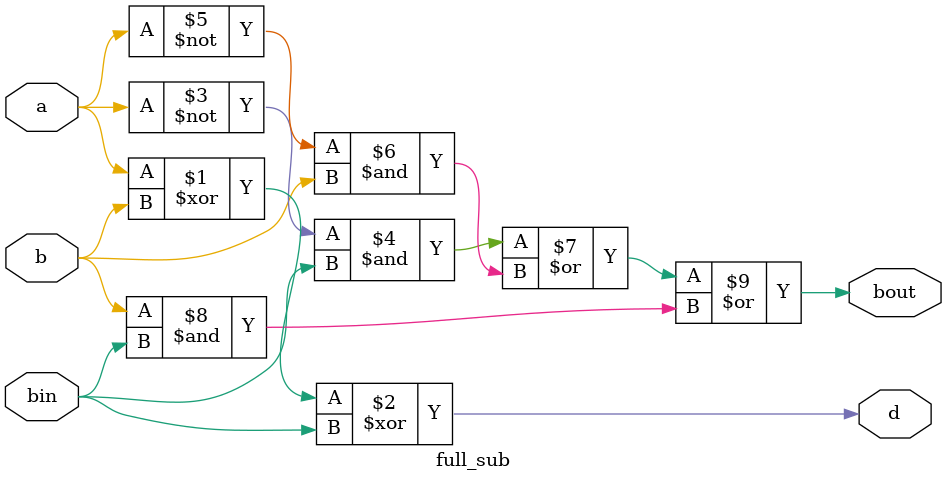
<source format=sv>
module full_sub(a,b,bin,d,bout);
  input a,b,bin;
  output d,bout;
  assign d=a^b^bin;
  assign bout= ((~a)&bin) | ((~a)&b) | (b&bin);
endmodule

</source>
